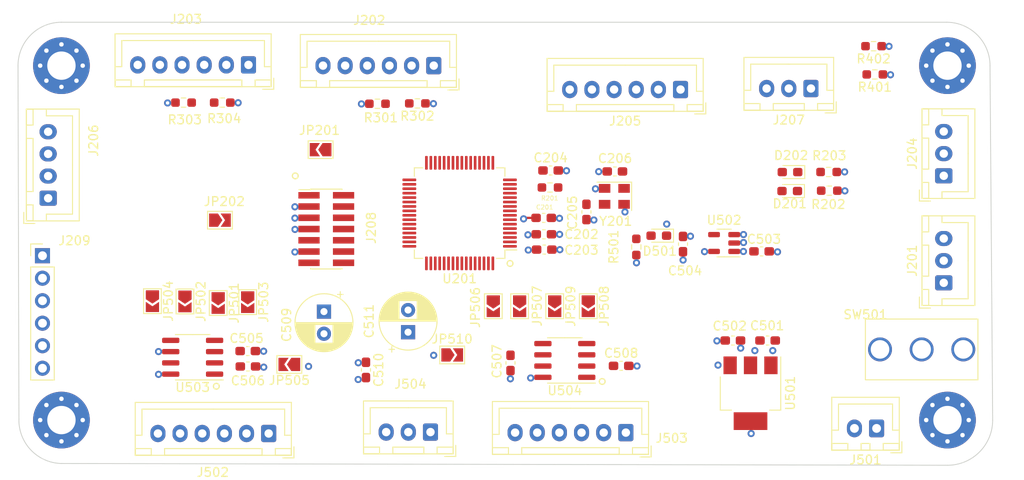
<source format=kicad_pcb>
(kicad_pcb (version 20211014) (generator pcbnew)
  (title_block (title "PCB projet Robot") (date "2022-10-17") (company "ENSEA") (comment 1 "Quentin SIMON") (comment 2 "Loïcia KOEHL") (comment 3 "Alix HAVRET") (comment 4 "Chelsea COMLAN"))
  (layers (0 "F.Cu" signal) (1 "In1.Cu" signal) (2 "In2.Cu" signal) (31 "B.Cu" signal) (34 "B.Paste" user) (35 "F.Paste" user) (36 "B.SilkS" user "B.Silkscreen") (37 "F.SilkS" user "F.Silkscreen") (38 "B.Mask" user) (39 "F.Mask" user) (44 "Edge.Cuts" user))
  (net 0 "")
  (net 1 "+3.3V")
  (net 2 "GND")
  (net 3 "NRST")
  (net 4 "+BATT")
  (net 5 "+5V")
  (net 6 "/Actionneurs/+7.2_U504")
  (net 7 "Net-(D201-Pad1)")
  (net 8 "LED_GREEN")
  (net 9 "Net-(D202-Pad1)")
  (net 10 "LED_RED")
  (net 11 "/Capteurs/CB1_OUT")
  (net 12 "/Capteurs/SDA_2")
  (net 13 "/Capteurs/SCL_2")
  (net 14 "/Capteurs/XSHUT_C1")
  (net 15 "/Capteurs/GPIO1_C1")
  (net 16 "/Capteurs/XSHUT_C2")
  (net 17 "/Capteurs/GPIO1_C2")
  (net 18 "/Capteurs/CB2_OUT")
  (net 19 "/Capteurs/LED_CC")
  (net 20 "/Capteurs/S2")
  (net 21 "/Capteurs/S3")
  (net 22 "/Capteurs/TIM_CC")
  (net 23 "/Capteurs/SDA_1")
  (net 24 "/Capteurs/SCL_1")
  (net 25 "/Capteurs/S0")
  (net 26 "/Capteurs/S1")
  (net 27 "/Capteurs/OE")
  (net 30 "SYS_SWDIO")
  (net 31 "SYS_SWCLK")
  (net 35 "/STM32/OSC_IN")
  (net 36 "/STM32/OSC_OUT")
  (net 37 "PC9")
  (net 38 "PD0")
  (net 39 "PD1")
  (net 40 "PD2")
  (net 41 "PD3")
  (net 42 "PD4")
  (net 43 "Net-(J501-Pad1)")
  (net 44 "Moteur1-")
  (net 45 "/Alimentation/LED")
  (net 46 "Moteur1+")
  (net 47 "Moteur2-")
  (net 48 "Moteur2+")
  (net 49 "/Actionneurs/UART_XL320")
  (net 50 "UART_STLink_RX")
  (net 51 "UART_STLink_TX")
  (net 52 "/Actionneurs/TIM_Encoder1_CH1")
  (net 53 "/Actionneurs/TIM_Encoder1_CH2")
  (net 54 "/Actionneurs/TIM_Driver1_CH1")
  (net 55 "/Actionneurs/TIM_Driver1_CH1N")
  (net 56 "/Actionneurs/TIM_Encoder2_CH1")
  (net 57 "/Actionneurs/TIM_Encoder2_CH2")
  (net 58 "/Actionneurs/TIM_Driver2_CH1")
  (net 59 "/Actionneurs/TIM_Driver2_CH1N")
  (net 60 "Net-(R201-Pad1)")
  (net 61 "/Alimentation/ADC")
  (footprint "Resistor_SMD:R_0603_1608Metric_Pad0.98x0.95mm_HandSolder" (layer "F.Cu") (at 43.7825 34.17)
    (fp_text reference "R303")
    (fp_text value "NC")
  )
  (footprint "Connector_JST:JST_XH_B6B-XH-A_1x06_P2.50mm_Vertical" (layer "F.Cu") (at 93.7 71.415 180)
    (fp_text reference "J503")
    (fp_text value "JST_driver2")
  )
  (footprint "LED_SMD:LED_0603_1608Metric_Pad1.05x0.95mm_HandSolder" (layer "F.Cu") (at 97.42 49.19 180)
    (fp_text reference "D501")
    (fp_text value "LED")
  )
  (footprint "Connector_JST:JST_XH_B6B-XH-A_1x06_P2.50mm_Vertical" (layer "F.Cu") (at 99.87 32.695 180)
    (fp_text reference "J205")
    (fp_text value "JST_Couleur_1A")
  )
  (footprint "Resistor_SMD:R_0603_1608Metric_Pad0.98x0.95mm_HandSolder" (layer "F.Cu") (at 121.8 30.99 180)
    (fp_text reference "R401")
    (fp_text value "100k")
  )
  (footprint "Connector_JST:JST_XH_B3B-XH-A_1x03_P2.50mm_Vertical" (layer "F.Cu") (at 129.58 54.51 90)
    (fp_text reference "J201")
    (fp_text value "JST_Bordure_1")
  )
  (footprint "Connector_JST:JST_XH_B6B-XH-A_1x06_P2.50mm_Vertical" (layer "F.Cu") (at 51.11 29.915 180)
    (fp_text reference "J203")
    (fp_text value "JST_TOF_2")
  )
  (footprint "Connector_JST:JST_XH_B6B-XH-A_1x06_P2.50mm_Vertical" (layer "F.Cu") (at 72.02 29.995 180)
    (fp_text reference "J202")
    (fp_text value "JST_TOF_1")
  )
  (footprint "Jumper:SolderJumper-2_P1.3mm_Open_TrianglePad1.0x1.5mm" (layer "F.Cu") (at 40.27 56.58 -90)
    (fp_text reference "JP504")
    (fp_text value "SolderJumper_2_Open")
  )
  (footprint "Connector_PinHeader_1.27mm:PinHeader_2x07_P1.27mm_Vertical_SMD" (layer "F.Cu") (at 59.89 48.44)
    (fp_text reference "J208")
    (fp_text value "Conn_02x07_Odd_Even")
  )
  (footprint "MountingHole:MountingHole_3.2mm_M3_Pad_Via" (layer "F.Cu") (at 30 70)
    (fp_text reference "H101" hide)
    (fp_text value "MountingHole_Pad")
  )
  (footprint "Jumper:SolderJumper-2_P1.3mm_Open_TrianglePad1.0x1.5mm" (layer "F.Cu") (at 47.69 56.79 -90)
    (fp_text reference "JP501")
    (fp_text value "SolderJumper_2_Open")
  )
  (footprint "Capacitor_SMD:C_0603_1608Metric_Pad1.08x0.95mm_HandSolder" (layer "F.Cu") (at 89.25 46.51 -90)
    (fp_text reference "C205")
    (fp_text value "10pF")
  )
  (footprint "Capacitor_SMD:C_0603_1608Metric_Pad1.08x0.95mm_HandSolder" (layer "F.Cu") (at 92.46 41.94 180)
    (fp_text reference "C206")
    (fp_text value "10pF")
  )
  (footprint "Package_SO:SOIC-8_3.9x4.9mm_P1.27mm" (layer "F.Cu") (at 86.8125 63.27 180)
    (fp_text reference "U504")
    (fp_text value "ZXBM5210-S")
  )
  (footprint "switch_robot:switch_pcb_robot" (layer "F.Cu") (at 120.735 58.595)
    (fp_text reference "SW501")
    (fp_text value "SW_SPDT")
  )
  (footprint "Capacitor_SMD:C_0603_1608Metric_Pad1.08x0.95mm_HandSolder" (layer "F.Cu") (at 85.21 41.83)
    (fp_text reference "C204")
    (fp_text value "100nF")
  )
  (footprint "MountingHole:MountingHole_3.2mm_M3_Pad_Via" (layer "F.Cu") (at 30 30)
    (fp_text reference "H103" hide)
    (fp_text value "MountingHole_Pad")
  )
  (footprint "Capacitor_SMD:C_0603_1608Metric_Pad1.08x0.95mm_HandSolder" (layer "F.Cu") (at 80.68 63.55 -90)
    (fp_text reference "C507")
    (fp_text value "1uF")
  )
  (footprint "Package_SO:SOIC-8_3.9x4.9mm_P1.27mm" (layer "F.Cu") (at 44.81 62.91 180)
    (fp_text reference "U503")
    (fp_text value "ZXBM5210-S")
  )
  (footprint "Capacitor_THT:CP_Radial_D6.3mm_P2.50mm" (layer "F.Cu") (at 69.12 60.08238 90)
    (fp_text reference "C511")
    (fp_text value "100uF")
  )
  (footprint "Jumper:SolderJumper-2_P1.3mm_Open_TrianglePad1.0x1.5mm" (layer "F.Cu") (at 51.02 56.69 -90)
    (fp_text reference "JP503")
    (fp_text value "SolderJumper_2_Open")
  )
  (footprint "Resistor_SMD:R_0603_1608Metric_Pad0.98x0.95mm_HandSolder" (layer "F.Cu") (at 65.6625 34.3)
    (fp_text reference "R301")
    (fp_text value "10k")
  )
  (footprint "Capacitor_SMD:C_0603_1608Metric_Pad1.08x0.95mm_HandSolder" (layer "F.Cu") (at 93.17 63.88)
    (fp_text reference "C508")
    (fp_text value "10uF")
  )
  (footprint "MountingHole:MountingHole_3.2mm_M3_Pad_Via" (layer "F.Cu") (at 130 70)
    (fp_text reference "H104" hide)
    (fp_text value "MountingHole_Pad")
  )
  (footprint "Capacitor_THT:CP_Radial_D6.3mm_P2.50mm" (layer "F.Cu") (at 59.63 57.757621 -90)
    (fp_text reference "C509")
    (fp_text value "100uF")
  )
  (footprint "Jumper:SolderJumper-2_P1.3mm_Open_TrianglePad1.0x1.5mm" (layer "F.Cu") (at 43.94 56.61 -90)
    (fp_text reference "JP502")
    (fp_text value "SolderJumper_2_Open")
  )
  (footprint "Resistor_SMD:R_0603_1608Metric_Pad0.98x0.95mm_HandSolder" (layer "F.Cu") (at 94.88 50.46 -90)
    (fp_text reference "R501")
    (fp_text value "1k")
  )
  (footprint "Jumper:SolderJumper-2_P1.3mm_Open_TrianglePad1.0x1.5mm" (layer "F.Cu") (at 59.25 39.48 180)
    (fp_text reference "JP201")
    (fp_text value "SolderJumper_2_Open")
  )
  (footprint "LED_SMD:LED_0603_1608Metric_Pad1.05x0.95mm_HandSolder" (layer "F.Cu") (at 112.1975 44.15 180)
    (fp_text reference "D201")
    (fp_text value "GREEN")
  )
  (footprint "Package_TO_SOT_SMD:SOT-223-3_TabPin2" (layer "F.Cu") (at 107.77 66.97 -90)
    (fp_text reference "U501")
    (fp_text value "AZ1117-5.0")
  )
  (footprint "Capacitor_SMD:C_0603_1608Metric_Pad1.08x0.95mm_HandSolder" (layer "F.Cu") (at 84.43 47.18)
    (fp_text reference "C201")
    (fp_text value "100nF")
  )
  (footprint "Connector_JST:JST_XH_B2B-XH-A_1x02_P2.50mm_Vertical" (layer "F.Cu") (at 122 70.94 180)
    (fp_text reference "J501")
    (fp_text value "JST_switch")
  )
  (footprint "Resistor_SMD:R_0603_1608Metric_Pad0.98x0.95mm_HandSolder" (layer "F.Cu") (at 116.59 42)
    (fp_text reference "R203")
    (fp_text value "1k")
  )
  (footprint "Resistor_SMD:R_0603_1608Metric_Pad0.98x0.95mm_HandSolder" (layer "F.Cu") (at 116.66 44.11)
    (fp_text reference "R202")
    (fp_text value "1k")
  )
  (footprint "Capacitor_SMD:C_0603_1608Metric_Pad1.08x0.95mm_HandSolder" (layer "F.Cu") (at 109.02 50.96 180)
    (fp_text reference "C503")
    (fp_text value "1uF")
  )
  (footprint "Jumper:SolderJumper-2_P1.3mm_Open_TrianglePad1.0x1.5mm" (layer "F.Cu") (at 85.67 57.15 -90)
    (fp_text reference "JP509")
    (fp_text value "SolderJumper_2_Open")
  )
  (footprint "Resistor_SMD:R_0603_1608Metric_Pad0.98x0.95mm_HandSolder" (layer "F.Cu") (at 121.66 27.8 180)
    (fp_text reference "R402")
    (fp_text value "62k")
  )
  (footprint "Connector_JST:JST_XH_B3B-XH-A_1x03_P2.50mm_Vertical" (layer "F.Cu") (at 129.58 42.43 90)
    (fp_text reference "J204")
    (fp_text value "JST_Bordure_2")
  )
  (footprint "Connector_JST:JST_XH_B6B-XH-A_1x06_P2.50mm_Vertical" (layer "F.Cu") (at 53.39 71.515 180)
    (fp_text reference "J502")
    (fp_text value "JST_driver1")
  )
  (footprint "Jumper:SolderJumper-2_P1.3mm_Open_TrianglePad1.0x1.5mm" (layer "F.Cu") (at 55.72 63.72 180)
    (fp_text reference "JP505")
    (fp_text value "SolderJumper_2_Open")
  )
  (footprint "Connector_JST:JST_XH_B4B-XH-A_1x04_P2.50mm_Vertical" (layer "F.Cu") (at 28.5 44.96 90)
    (fp_text reference "J206")
    (fp_text value "JST_Couleur_3V")
  )
  (footprint "Capacitor_SMD:C_0603_1608Metric_Pad1.08x0.95mm_HandSolder" (layer "F.Cu") (at 84.45 49.03)
    (fp_text reference "C202")
    (fp_text value "100nF")
  )
  (footprint "Package_TO_SOT_SMD:SOT-23-5" (layer "F.Cu") (at 104.79 50.0175 180)
    (fp_text reference "U502")
    (fp_text value "MCP1802x-xx02xOT")
  )
  (footprint "Jumper:SolderJumper-2_P1.3mm_Open_TrianglePad1.0x1.5mm" (layer "F.Cu") (at 81.71 57.15 -90)
    (fp_text reference "JP507")
    (fp_text value "SolderJumper_2_Open")
  )
  (footprint "MountingHole:MountingHole_3.2mm_M3_Pad_Via" (layer "F.Cu") (at 130 30)
    (fp_text reference "H102" hide)
    (fp_text value "MountingHole_Pad")
  )
  (footprint "Jumper:SolderJumper-2_P1.3mm_Open_TrianglePad1.0x1.5mm" (layer "F.Cu") (at 74.1 62.65)
    (fp_text reference "JP510")
    (fp_text value "SolderJumper_2_Open")
  )
  (footprint "Connector_JST:JST_XH_B3B-XH-A_1x03_P2.50mm_Vertical" (layer "F.Cu") (at 114.59 32.58 180)
    (fp_text reference "J207")
    (fp_text value "JST_Couleur_1B")
  )
  (footprint "Resistor_SMD:R_0603_1608Metric_Pad0.98x0.95mm_HandSolder" (layer "F.Cu") (at 70.17 34.26 180)
    (fp_text reference "R302")
    (fp_text value "10k")
  )
  (footprint "Capacitor_SMD:C_0603_1608Metric_Pad1.08x0.95mm_HandSolder" (layer "F.Cu") (at 51.05 63.95)
    (fp_text reference "C506")
    (fp_text value "10uF")
  )
  (footprint "Jumper:SolderJumper-2_P1.3mm_Open_TrianglePad1.0x1.5mm" (layer "F.Cu") (at 47.89 47.44)
    (fp_text reference "JP202")
    (fp_text value "SolderJumper_2_Open")
  )
  (footprint "Capacitor_SMD:C_0603_1608Metric_Pad1.08x0.95mm_HandSolder" (layer "F.Cu") (at 109.7 61.02)
    (fp_text reference "C501")
    (fp_text value "10uF")
  )
  (footprint "Capacitor_SMD:C_0603_1608Metric_Pad1.08x0.95mm_HandSolder" (layer "F.Cu") (at 51.03 62.21)
    (fp_text reference "C505")
    (fp_text value "1uF")
  )
  (footprint "Connector_PinHeader_2.54mm:PinHeader_1x06_P2.54mm_Vertical" (layer "F.Cu") (at 27.86 51.45)
    (fp_text reference "J209")
    (fp_text value "JST_SUPP")
  )
  (footprint "Capacitor_SMD:C_0603_1608Metric_Pad1.08x0.95mm_HandSolder" (layer "F.Cu") (at 105.78 61.02)
    (fp_text reference "C502")
    (fp_text value "22uF")
  )
  (footprint "Resistor_SMD:R_0603_1608Metric_Pad0.98x0.95mm_HandSolder" (layer "F.Cu") (at 85.14 43.75)
    (fp_text reference "R201")
    (fp_text value "10R")
  )
  (footprint "Resistor_SMD:R_0603_1608Metric_Pad0.98x0.95mm_HandSolder" (layer "F.Cu") (at 48.15 34.17 180)
    (fp_text reference "R304")
    (fp_text value "NC")
  )
  (footprint "Package_QFP:LQFP-64_10x10mm_P0.5mm" (layer "F.Cu") (at 74.94 46.64 180)
    (fp_text reference "U201")
    (fp_text value "STM32G070RBT6")
  )
  (footprint "Jumper:SolderJumper-2_P1.3mm_Open_TrianglePad1.0x1.5mm" (layer "F.Cu") (at 78.74 57.15 -90)
    (fp_text reference "JP506")
    (fp_text value "SolderJumper_2_Open")
  )
  (footprint "Capacitor_SMD:C_0603_1608Metric_Pad1.08x0.95mm_HandSolder" (layer "F.Cu") (at 64.37 64.34 -90)
    (fp_text reference "C510")
    (fp_text value "100nF")
  )
  (footprint "Capacitor_SMD:C_0603_1608Metric_Pad1.08x0.95mm_HandSolder" (layer "F.Cu") (at 100.15 50.1375 -90)
    (fp_text reference "C504")
    (fp_text value "1uF")
  )
  (footprint "LED_SMD:LED_0603_1608Metric_Pad1.05x0.95mm_HandSolder" (layer "F.Cu") (at 112.2275 42.01 180)
    (fp_text reference "D202")
    (fp_text value "RED")
  )
  (footprint "Jumper:SolderJumper-2_P1.3mm_Open_TrianglePad1.0x1.5mm" (layer "F.Cu") (at 89.46 57.15 -90)
    (fp_text reference "JP508")
    (fp_text value "SolderJumper_2_Open")
  )
  (footprint "Connector_JST:JST_XH_B3B-XH-A_1x03_P2.50mm_Vertical" (layer "F.Cu") (at 71.65 71.355 180)
    (fp_text reference "J504")
    (fp_text value "JST_servomoteur")
  )
  (footprint "Capacitor_SMD:C_0603_1608Metric_Pad1.08x0.95mm_HandSolder" (layer "F.Cu") (at 84.49 50.76)
    (fp_text reference "C203")
    (fp_text value "4.7uF")
  )
  (footprint "Crystal:Crystal_SMD_EuroQuartz_MT-4Pin_3.2x2.5mm" (layer "F.Cu") (at 92.4 44.75 180)
    (fp_text reference "Y201")
    (fp_text value "16MHz")
  )
  (gr_circle (center 56.39 42.44) (end 56.68 42.59) (layer "F.SilkS") (width 0.15) (fill none))
  (gr_circle (center 80.63 52.323504) (end 80.92 52.473504) (layer "F.SilkS") (width 0.15) (fill none))
  (gr_circle (center 47.48 66.183504) (end 47.77 66.333504) (layer "F.SilkS") (width 0.15) (fill none))
  (gr_circle (center 91.03 65.643504) (end 91.32 65.793504) (layer "F.SilkS") (width 0.15) (fill none))
  (gr_arc (start 135.1 70) (mid 133.606245 73.606245) (end 130 75.1) (layer "Edge.Cuts") (width 0.1))
  (gr_arc (start 30 74.9) (mid 26.563745 73.393361) (end 25.200043 69.897918) (layer "Edge.Cuts") (width 0.1))
  (gr_arc (start 25.1 30) (mid 26.535177 26.535177) (end 30 25.1) (layer "Edge.Cuts") (width 0.1))
  (gr_line (start 135.1 70) (end 134.8 30) (layer "Edge.Cuts") (width 0.1))
  (gr_arc (start 129.9 25.1) (mid 133.364823 26.535177) (end 134.8 30) (layer "Edge.Cuts") (width 0.1))
  (gr_line (start 30 74.9) (end 130 75.1) (layer "Edge.Cuts") (width 0.1))
  (gr_line (start 25.1 30) (end 25.200043 69.897918) (layer "Edge.Cuts") (width 0.1))
  (gr_line (start 129.9 25.1) (end 30 25.1) (layer "Edge.Cuts") (width 0.1))
  (segment (start 83.4975 47.11) (end 83.5675 47.18) (width 0.25) (layer "F.Cu") (net 1))
  (segment (start 82.27 47.18) (end 82.16 47.29) (width 0.25) (layer "F.Cu") (net 1))
  (segment (start 83.5675 47.18) (end 82.27 47.18) (width 0.25) (layer "F.Cu") (net 1))
  (via (at 102.58 50.99) (size 0.8) (drill 0.4) (layers "F.Cu" "B.Cu") (net 1))
  (via (at 82.69 50.81) (size 0.8) (drill 0.4) (layers "F.Cu" "B.Cu") (net 1))
  (via (at 56.35 45.93) (size 0.8) (drill 0.4) (layers "F.Cu" "B.Cu") (net 1))
  (via (at 82.65 49.09) (size 0.8) (drill 0.4) (layers "F.Cu" "B.Cu") (net 1))
  (via (at 82.16 47.29) (size 0.8) (drill 0.4) (layers "F.Cu" "B.Cu") (net 1))
  (via (at 100.16 51.94) (size 0.8) (drill 0.4) (layers "F.Cu" "B.Cu") (net 1))
  (via (at 94.9 52.25) (size 0.8) (drill 0.4) (layers "F.Cu" "B.Cu") (net 1))
  (segment (start 122.6425 27.87) (end 122.5725 27.8) (width 0.25) (layer "F.Cu") (net 2))
  (via (at 80.67 65.34) (size 0.8) (drill 0.4) (layers "F.Cu" "B.Cu") (net 2))
  (via (at 86.22 49.04) (size 0.8) (drill 0.4) (layers "F.Cu" "B.Cu") (net 2))
  (via (at 52.83 64.03) (size 0.8) (drill 0.4) (layers "F.Cu" "B.Cu") (net 2))
  (via (at 56.35 47.21) (size 0.8) (drill 0.4) (layers "F.Cu" "B.Cu") (net 2))
  (via (at 100.99 49.25) (size 0.8) (drill 0.4) (layers "F.Cu" "B.Cu") (net 2))
  (via (at 118.39 41.99) (size 0.8) (drill 0.4) (layers "F.Cu" "B.Cu") (net 2))
  (via (at 90.27 43.9) (size 0.8) (drill 0.4) (layers "F.Cu" "B.Cu") (net 2))
  (via (at 108.26 62.16) (size 0.8) (drill 0.4) (layers "F.Cu" "B.Cu") (net 2))
  (via (at 110.82 51.02) (size 0.8) (drill 0.4) (layers "F.Cu" "B.Cu") (net 2))
  (via (at 106.66 61.88) (size 0.8) (drill 0.4) (layers "F.Cu" "B.Cu") (net 2))
  (via (at 90.09 47.42) (size 0.8) (drill 0.4) (layers "F.Cu" "B.Cu") (net 2))
  (via (at 87 41.86) (size 0.8) (drill 0.4) (layers "F.Cu" "B.Cu") (net 2))
  (via (at 98.31 47.88) (size 0.8) (drill 0.4) (layers "F.Cu" "B.Cu") (net 2))
  (via (at 107.84 71.52) (size 0.8) (drill 0.4) (layers "F.Cu" "B.Cu") (net 2))
  (via (at 56.36 48.48) (size 0.8) (drill 0.4) (layers "F.Cu" "B.Cu") (net 2))
  (via (at 40.96 64.84) (size 0.8) (drill 0.4) (layers "F.Cu" "B.Cu") (net 2))
  (via (at 118.42 44.13) (size 0.8) (drill 0.4) (layers "F.Cu" "B.Cu") (net 2))
  (via (at 90.64 41.96) (size 0.8) (drill 0.4) (layers "F.Cu" "B.Cu") (net 2))
  (via (at 82.96 65.25) (size 0.8) (drill 0.4) (layers "F.Cu" "B.Cu") (net 2))
  (via (at 86.21 47.23) (size 0.8) (drill 0.4) (layers "F.Cu" "B.Cu") (net 2))
  (via (at 86.25 50.77) (size 0.8) (drill 0.4) (layers "F.Cu" "B.Cu") (net 2))
  (via (at 52.82 62.23) (size 0.8) (drill 0.4) (layers "F.Cu" "B.Cu") (net 2))
  (via (at 94.96 63.9) (size 0.8) (drill 0.4) (layers "F.Cu" "B.Cu") (net 2))
  (via (at 56.35 51.03) (size 0.8) (drill 0.4) (layers "F.Cu" "B.Cu") (net 2))
  (via (at 63.49 65.42) (size 0.8) (drill 0.4) (layers "F.Cu" "B.Cu") (net 2))
  (via (at 123.4 27.82) (size 0.8) (drill 0.4) (layers "F.Cu" "B.Cu") (net 2))
  (via (at 106.98 49.96) (size 0.8) (drill 0.4) (layers "F.Cu" "B.Cu") (net 2))
  (via (at 93.6 46.51) (size 0.8) (drill 0.4) (layers "F.Cu" "B.Cu") (net 2))
  (segment (start 122.7725 31.05) (end 122.7125 30.99) (width 0.25) (layer "F.Cu") (net 4))
  (via (at 40.96 62.27) (size 0.8) (drill 0.4) (layers "F.Cu" "B.Cu") (net 4))
  (via (at 123.57 31.03) (size 0.8) (drill 0.4) (layers "F.Cu" "B.Cu") (net 4))
  (via (at 57.89 63.94) (size 0.8) (drill 0.4) (layers "F.Cu" "B.Cu") (net 4))
  (via (at 63.5 63.53) (size 0.8) (drill 0.4) (layers "F.Cu" "B.Cu") (net 4))
  (via (at 72.01 62.69) (size 0.8) (drill 0.4) (layers "F.Cu" "B.Cu") (net 4))
  (via (at 110.28 62.16) (size 0.8) (drill 0.4) (layers "F.Cu" "B.Cu") (net 4))
  (via (at 41.98 34.21) (size 0.8) (drill 0.4) (layers "F.Cu" "B.Cu") (net 5))
  (via (at 104.1 63.8) (size 0.8) (drill 0.4) (layers "F.Cu" "B.Cu") (net 5))
  (via (at 49.94 34.19) (size 0.8) (drill 0.4) (layers "F.Cu" "B.Cu") (net 5))
  (via (at 103.98 61.06) (size 0.8) (drill 0.4) (layers "F.Cu" "B.Cu") (net 5))
  (via (at 106.98 49.06) (size 0.8) (drill 0.4) (layers "F.Cu" "B.Cu") (net 5))
  (via (at 71.98 34.29) (size 0.8) (drill 0.4) (layers "F.Cu" "B.Cu") (net 5))
  (via (at 106.97 50.97) (size 0.8) (drill 0.4) (layers "F.Cu" "B.Cu") (net 5))
  (via (at 63.86 34.32) (size 0.8) (drill 0.4) (layers "F.Cu" "B.Cu") (net 5))
)
</source>
